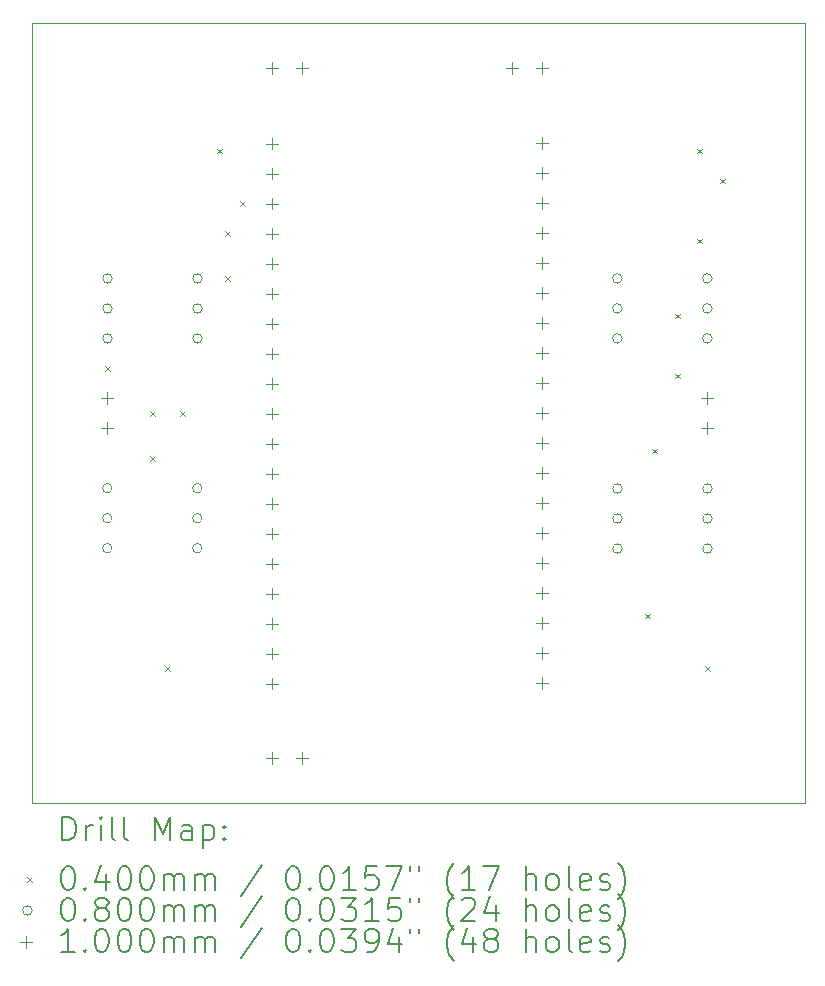
<source format=gbr>
%FSLAX45Y45*%
G04 Gerber Fmt 4.5, Leading zero omitted, Abs format (unit mm)*
G04 Created by KiCad (PCBNEW (6.0.2)) date 2022-11-25 11:25:18*
%MOMM*%
%LPD*%
G01*
G04 APERTURE LIST*
%TA.AperFunction,Profile*%
%ADD10C,0.050000*%
%TD*%
%ADD11C,0.200000*%
%ADD12C,0.040000*%
%ADD13C,0.080000*%
%ADD14C,0.100000*%
G04 APERTURE END LIST*
D10*
X15684500Y-12319000D02*
X9144000Y-12319000D01*
X9144000Y-12319000D02*
X9144000Y-5715000D01*
X9144000Y-5715000D02*
X15684500Y-5715000D01*
X15684500Y-5715000D02*
X15684500Y-12319000D01*
D11*
D12*
X9759000Y-8616000D02*
X9799000Y-8656000D01*
X9799000Y-8616000D02*
X9759000Y-8656000D01*
X10140000Y-8997000D02*
X10180000Y-9037000D01*
X10180000Y-8997000D02*
X10140000Y-9037000D01*
X10140000Y-9378000D02*
X10180000Y-9418000D01*
X10180000Y-9378000D02*
X10140000Y-9418000D01*
X10267000Y-11156000D02*
X10307000Y-11196000D01*
X10307000Y-11156000D02*
X10267000Y-11196000D01*
X10394000Y-8997000D02*
X10434000Y-9037000D01*
X10434000Y-8997000D02*
X10394000Y-9037000D01*
X10711500Y-6774500D02*
X10751500Y-6814500D01*
X10751500Y-6774500D02*
X10711500Y-6814500D01*
X10775000Y-7473000D02*
X10815000Y-7513000D01*
X10815000Y-7473000D02*
X10775000Y-7513000D01*
X10775000Y-7854000D02*
X10815000Y-7894000D01*
X10815000Y-7854000D02*
X10775000Y-7894000D01*
X10902000Y-7219000D02*
X10942000Y-7259000D01*
X10942000Y-7219000D02*
X10902000Y-7259000D01*
X14331000Y-10711500D02*
X14371000Y-10751500D01*
X14371000Y-10711500D02*
X14331000Y-10751500D01*
X14394500Y-9314500D02*
X14434500Y-9354500D01*
X14434500Y-9314500D02*
X14394500Y-9354500D01*
X14585000Y-8171500D02*
X14625000Y-8211500D01*
X14625000Y-8171500D02*
X14585000Y-8211500D01*
X14585000Y-8679500D02*
X14625000Y-8719500D01*
X14625000Y-8679500D02*
X14585000Y-8719500D01*
X14775500Y-6774500D02*
X14815500Y-6814500D01*
X14815500Y-6774500D02*
X14775500Y-6814500D01*
X14775500Y-7536500D02*
X14815500Y-7576500D01*
X14815500Y-7536500D02*
X14775500Y-7576500D01*
X14839000Y-11156000D02*
X14879000Y-11196000D01*
X14879000Y-11156000D02*
X14839000Y-11196000D01*
X14966000Y-7028500D02*
X15006000Y-7068500D01*
X15006000Y-7028500D02*
X14966000Y-7068500D01*
D13*
X9818000Y-9650500D02*
G75*
G03*
X9818000Y-9650500I-40000J0D01*
G01*
X9818000Y-9904500D02*
G75*
G03*
X9818000Y-9904500I-40000J0D01*
G01*
X9818000Y-10158500D02*
G75*
G03*
X9818000Y-10158500I-40000J0D01*
G01*
X9820000Y-7874000D02*
G75*
G03*
X9820000Y-7874000I-40000J0D01*
G01*
X9820000Y-8128000D02*
G75*
G03*
X9820000Y-8128000I-40000J0D01*
G01*
X9820000Y-8382000D02*
G75*
G03*
X9820000Y-8382000I-40000J0D01*
G01*
X10580000Y-9650500D02*
G75*
G03*
X10580000Y-9650500I-40000J0D01*
G01*
X10580000Y-9904500D02*
G75*
G03*
X10580000Y-9904500I-40000J0D01*
G01*
X10580000Y-10158500D02*
G75*
G03*
X10580000Y-10158500I-40000J0D01*
G01*
X10582000Y-7874000D02*
G75*
G03*
X10582000Y-7874000I-40000J0D01*
G01*
X10582000Y-8128000D02*
G75*
G03*
X10582000Y-8128000I-40000J0D01*
G01*
X10582000Y-8382000D02*
G75*
G03*
X10582000Y-8382000I-40000J0D01*
G01*
X14137000Y-7874000D02*
G75*
G03*
X14137000Y-7874000I-40000J0D01*
G01*
X14137000Y-8128000D02*
G75*
G03*
X14137000Y-8128000I-40000J0D01*
G01*
X14137000Y-8382000D02*
G75*
G03*
X14137000Y-8382000I-40000J0D01*
G01*
X14138000Y-9653500D02*
G75*
G03*
X14138000Y-9653500I-40000J0D01*
G01*
X14138000Y-9907500D02*
G75*
G03*
X14138000Y-9907500I-40000J0D01*
G01*
X14138000Y-10161500D02*
G75*
G03*
X14138000Y-10161500I-40000J0D01*
G01*
X14899000Y-7874000D02*
G75*
G03*
X14899000Y-7874000I-40000J0D01*
G01*
X14899000Y-8128000D02*
G75*
G03*
X14899000Y-8128000I-40000J0D01*
G01*
X14899000Y-8382000D02*
G75*
G03*
X14899000Y-8382000I-40000J0D01*
G01*
X14900000Y-9653500D02*
G75*
G03*
X14900000Y-9653500I-40000J0D01*
G01*
X14900000Y-9907500D02*
G75*
G03*
X14900000Y-9907500I-40000J0D01*
G01*
X14900000Y-10161500D02*
G75*
G03*
X14900000Y-10161500I-40000J0D01*
G01*
D14*
X9779000Y-8840000D02*
X9779000Y-8940000D01*
X9729000Y-8890000D02*
X9829000Y-8890000D01*
X9779000Y-9094000D02*
X9779000Y-9194000D01*
X9729000Y-9144000D02*
X9829000Y-9144000D01*
X11176000Y-6046000D02*
X11176000Y-6146000D01*
X11126000Y-6096000D02*
X11226000Y-6096000D01*
X11176000Y-6682000D02*
X11176000Y-6782000D01*
X11126000Y-6732000D02*
X11226000Y-6732000D01*
X11176000Y-6936000D02*
X11176000Y-7036000D01*
X11126000Y-6986000D02*
X11226000Y-6986000D01*
X11176000Y-7190000D02*
X11176000Y-7290000D01*
X11126000Y-7240000D02*
X11226000Y-7240000D01*
X11176000Y-7444000D02*
X11176000Y-7544000D01*
X11126000Y-7494000D02*
X11226000Y-7494000D01*
X11176000Y-7698000D02*
X11176000Y-7798000D01*
X11126000Y-7748000D02*
X11226000Y-7748000D01*
X11176000Y-7952000D02*
X11176000Y-8052000D01*
X11126000Y-8002000D02*
X11226000Y-8002000D01*
X11176000Y-8206000D02*
X11176000Y-8306000D01*
X11126000Y-8256000D02*
X11226000Y-8256000D01*
X11176000Y-8460000D02*
X11176000Y-8560000D01*
X11126000Y-8510000D02*
X11226000Y-8510000D01*
X11176000Y-8714000D02*
X11176000Y-8814000D01*
X11126000Y-8764000D02*
X11226000Y-8764000D01*
X11176000Y-8968000D02*
X11176000Y-9068000D01*
X11126000Y-9018000D02*
X11226000Y-9018000D01*
X11176000Y-9222000D02*
X11176000Y-9322000D01*
X11126000Y-9272000D02*
X11226000Y-9272000D01*
X11176000Y-9476000D02*
X11176000Y-9576000D01*
X11126000Y-9526000D02*
X11226000Y-9526000D01*
X11176000Y-9730000D02*
X11176000Y-9830000D01*
X11126000Y-9780000D02*
X11226000Y-9780000D01*
X11176000Y-9984000D02*
X11176000Y-10084000D01*
X11126000Y-10034000D02*
X11226000Y-10034000D01*
X11176000Y-10238000D02*
X11176000Y-10338000D01*
X11126000Y-10288000D02*
X11226000Y-10288000D01*
X11176000Y-10492000D02*
X11176000Y-10592000D01*
X11126000Y-10542000D02*
X11226000Y-10542000D01*
X11176000Y-10746000D02*
X11176000Y-10846000D01*
X11126000Y-10796000D02*
X11226000Y-10796000D01*
X11176000Y-11000000D02*
X11176000Y-11100000D01*
X11126000Y-11050000D02*
X11226000Y-11050000D01*
X11176000Y-11254000D02*
X11176000Y-11354000D01*
X11126000Y-11304000D02*
X11226000Y-11304000D01*
X11176000Y-11888000D02*
X11176000Y-11988000D01*
X11126000Y-11938000D02*
X11226000Y-11938000D01*
X11430000Y-6046000D02*
X11430000Y-6146000D01*
X11380000Y-6096000D02*
X11480000Y-6096000D01*
X11430000Y-11888000D02*
X11430000Y-11988000D01*
X11380000Y-11938000D02*
X11480000Y-11938000D01*
X13208000Y-6046000D02*
X13208000Y-6146000D01*
X13158000Y-6096000D02*
X13258000Y-6096000D01*
X13456000Y-6681000D02*
X13456000Y-6781000D01*
X13406000Y-6731000D02*
X13506000Y-6731000D01*
X13456000Y-6935000D02*
X13456000Y-7035000D01*
X13406000Y-6985000D02*
X13506000Y-6985000D01*
X13456000Y-7189000D02*
X13456000Y-7289000D01*
X13406000Y-7239000D02*
X13506000Y-7239000D01*
X13456000Y-7443000D02*
X13456000Y-7543000D01*
X13406000Y-7493000D02*
X13506000Y-7493000D01*
X13456000Y-7697000D02*
X13456000Y-7797000D01*
X13406000Y-7747000D02*
X13506000Y-7747000D01*
X13456000Y-7951000D02*
X13456000Y-8051000D01*
X13406000Y-8001000D02*
X13506000Y-8001000D01*
X13456000Y-8205000D02*
X13456000Y-8305000D01*
X13406000Y-8255000D02*
X13506000Y-8255000D01*
X13456000Y-8459000D02*
X13456000Y-8559000D01*
X13406000Y-8509000D02*
X13506000Y-8509000D01*
X13456000Y-8713000D02*
X13456000Y-8813000D01*
X13406000Y-8763000D02*
X13506000Y-8763000D01*
X13456000Y-8967000D02*
X13456000Y-9067000D01*
X13406000Y-9017000D02*
X13506000Y-9017000D01*
X13456000Y-9221000D02*
X13456000Y-9321000D01*
X13406000Y-9271000D02*
X13506000Y-9271000D01*
X13456000Y-9475000D02*
X13456000Y-9575000D01*
X13406000Y-9525000D02*
X13506000Y-9525000D01*
X13456000Y-9729000D02*
X13456000Y-9829000D01*
X13406000Y-9779000D02*
X13506000Y-9779000D01*
X13456000Y-9983000D02*
X13456000Y-10083000D01*
X13406000Y-10033000D02*
X13506000Y-10033000D01*
X13456000Y-10237000D02*
X13456000Y-10337000D01*
X13406000Y-10287000D02*
X13506000Y-10287000D01*
X13456000Y-10491000D02*
X13456000Y-10591000D01*
X13406000Y-10541000D02*
X13506000Y-10541000D01*
X13456000Y-10745000D02*
X13456000Y-10845000D01*
X13406000Y-10795000D02*
X13506000Y-10795000D01*
X13456000Y-10999000D02*
X13456000Y-11099000D01*
X13406000Y-11049000D02*
X13506000Y-11049000D01*
X13456000Y-11253000D02*
X13456000Y-11353000D01*
X13406000Y-11303000D02*
X13506000Y-11303000D01*
X13462000Y-6046000D02*
X13462000Y-6146000D01*
X13412000Y-6096000D02*
X13512000Y-6096000D01*
X14859000Y-8840000D02*
X14859000Y-8940000D01*
X14809000Y-8890000D02*
X14909000Y-8890000D01*
X14859000Y-9094000D02*
X14859000Y-9194000D01*
X14809000Y-9144000D02*
X14909000Y-9144000D01*
D11*
X9399119Y-12631976D02*
X9399119Y-12431976D01*
X9446738Y-12431976D01*
X9475310Y-12441500D01*
X9494357Y-12460548D01*
X9503881Y-12479595D01*
X9513405Y-12517690D01*
X9513405Y-12546262D01*
X9503881Y-12584357D01*
X9494357Y-12603405D01*
X9475310Y-12622452D01*
X9446738Y-12631976D01*
X9399119Y-12631976D01*
X9599119Y-12631976D02*
X9599119Y-12498643D01*
X9599119Y-12536738D02*
X9608643Y-12517690D01*
X9618167Y-12508167D01*
X9637214Y-12498643D01*
X9656262Y-12498643D01*
X9722929Y-12631976D02*
X9722929Y-12498643D01*
X9722929Y-12431976D02*
X9713405Y-12441500D01*
X9722929Y-12451024D01*
X9732452Y-12441500D01*
X9722929Y-12431976D01*
X9722929Y-12451024D01*
X9846738Y-12631976D02*
X9827690Y-12622452D01*
X9818167Y-12603405D01*
X9818167Y-12431976D01*
X9951500Y-12631976D02*
X9932452Y-12622452D01*
X9922929Y-12603405D01*
X9922929Y-12431976D01*
X10180071Y-12631976D02*
X10180071Y-12431976D01*
X10246738Y-12574833D01*
X10313405Y-12431976D01*
X10313405Y-12631976D01*
X10494357Y-12631976D02*
X10494357Y-12527214D01*
X10484833Y-12508167D01*
X10465786Y-12498643D01*
X10427690Y-12498643D01*
X10408643Y-12508167D01*
X10494357Y-12622452D02*
X10475310Y-12631976D01*
X10427690Y-12631976D01*
X10408643Y-12622452D01*
X10399119Y-12603405D01*
X10399119Y-12584357D01*
X10408643Y-12565309D01*
X10427690Y-12555786D01*
X10475310Y-12555786D01*
X10494357Y-12546262D01*
X10589595Y-12498643D02*
X10589595Y-12698643D01*
X10589595Y-12508167D02*
X10608643Y-12498643D01*
X10646738Y-12498643D01*
X10665786Y-12508167D01*
X10675310Y-12517690D01*
X10684833Y-12536738D01*
X10684833Y-12593881D01*
X10675310Y-12612928D01*
X10665786Y-12622452D01*
X10646738Y-12631976D01*
X10608643Y-12631976D01*
X10589595Y-12622452D01*
X10770548Y-12612928D02*
X10780071Y-12622452D01*
X10770548Y-12631976D01*
X10761024Y-12622452D01*
X10770548Y-12612928D01*
X10770548Y-12631976D01*
X10770548Y-12508167D02*
X10780071Y-12517690D01*
X10770548Y-12527214D01*
X10761024Y-12517690D01*
X10770548Y-12508167D01*
X10770548Y-12527214D01*
D12*
X9101500Y-12941500D02*
X9141500Y-12981500D01*
X9141500Y-12941500D02*
X9101500Y-12981500D01*
D11*
X9437214Y-12851976D02*
X9456262Y-12851976D01*
X9475310Y-12861500D01*
X9484833Y-12871024D01*
X9494357Y-12890071D01*
X9503881Y-12928167D01*
X9503881Y-12975786D01*
X9494357Y-13013881D01*
X9484833Y-13032928D01*
X9475310Y-13042452D01*
X9456262Y-13051976D01*
X9437214Y-13051976D01*
X9418167Y-13042452D01*
X9408643Y-13032928D01*
X9399119Y-13013881D01*
X9389595Y-12975786D01*
X9389595Y-12928167D01*
X9399119Y-12890071D01*
X9408643Y-12871024D01*
X9418167Y-12861500D01*
X9437214Y-12851976D01*
X9589595Y-13032928D02*
X9599119Y-13042452D01*
X9589595Y-13051976D01*
X9580071Y-13042452D01*
X9589595Y-13032928D01*
X9589595Y-13051976D01*
X9770548Y-12918643D02*
X9770548Y-13051976D01*
X9722929Y-12842452D02*
X9675310Y-12985309D01*
X9799119Y-12985309D01*
X9913405Y-12851976D02*
X9932452Y-12851976D01*
X9951500Y-12861500D01*
X9961024Y-12871024D01*
X9970548Y-12890071D01*
X9980071Y-12928167D01*
X9980071Y-12975786D01*
X9970548Y-13013881D01*
X9961024Y-13032928D01*
X9951500Y-13042452D01*
X9932452Y-13051976D01*
X9913405Y-13051976D01*
X9894357Y-13042452D01*
X9884833Y-13032928D01*
X9875310Y-13013881D01*
X9865786Y-12975786D01*
X9865786Y-12928167D01*
X9875310Y-12890071D01*
X9884833Y-12871024D01*
X9894357Y-12861500D01*
X9913405Y-12851976D01*
X10103881Y-12851976D02*
X10122929Y-12851976D01*
X10141976Y-12861500D01*
X10151500Y-12871024D01*
X10161024Y-12890071D01*
X10170548Y-12928167D01*
X10170548Y-12975786D01*
X10161024Y-13013881D01*
X10151500Y-13032928D01*
X10141976Y-13042452D01*
X10122929Y-13051976D01*
X10103881Y-13051976D01*
X10084833Y-13042452D01*
X10075310Y-13032928D01*
X10065786Y-13013881D01*
X10056262Y-12975786D01*
X10056262Y-12928167D01*
X10065786Y-12890071D01*
X10075310Y-12871024D01*
X10084833Y-12861500D01*
X10103881Y-12851976D01*
X10256262Y-13051976D02*
X10256262Y-12918643D01*
X10256262Y-12937690D02*
X10265786Y-12928167D01*
X10284833Y-12918643D01*
X10313405Y-12918643D01*
X10332452Y-12928167D01*
X10341976Y-12947214D01*
X10341976Y-13051976D01*
X10341976Y-12947214D02*
X10351500Y-12928167D01*
X10370548Y-12918643D01*
X10399119Y-12918643D01*
X10418167Y-12928167D01*
X10427690Y-12947214D01*
X10427690Y-13051976D01*
X10522929Y-13051976D02*
X10522929Y-12918643D01*
X10522929Y-12937690D02*
X10532452Y-12928167D01*
X10551500Y-12918643D01*
X10580071Y-12918643D01*
X10599119Y-12928167D01*
X10608643Y-12947214D01*
X10608643Y-13051976D01*
X10608643Y-12947214D02*
X10618167Y-12928167D01*
X10637214Y-12918643D01*
X10665786Y-12918643D01*
X10684833Y-12928167D01*
X10694357Y-12947214D01*
X10694357Y-13051976D01*
X11084833Y-12842452D02*
X10913405Y-13099595D01*
X11341976Y-12851976D02*
X11361024Y-12851976D01*
X11380071Y-12861500D01*
X11389595Y-12871024D01*
X11399119Y-12890071D01*
X11408643Y-12928167D01*
X11408643Y-12975786D01*
X11399119Y-13013881D01*
X11389595Y-13032928D01*
X11380071Y-13042452D01*
X11361024Y-13051976D01*
X11341976Y-13051976D01*
X11322928Y-13042452D01*
X11313405Y-13032928D01*
X11303881Y-13013881D01*
X11294357Y-12975786D01*
X11294357Y-12928167D01*
X11303881Y-12890071D01*
X11313405Y-12871024D01*
X11322928Y-12861500D01*
X11341976Y-12851976D01*
X11494357Y-13032928D02*
X11503881Y-13042452D01*
X11494357Y-13051976D01*
X11484833Y-13042452D01*
X11494357Y-13032928D01*
X11494357Y-13051976D01*
X11627690Y-12851976D02*
X11646738Y-12851976D01*
X11665786Y-12861500D01*
X11675309Y-12871024D01*
X11684833Y-12890071D01*
X11694357Y-12928167D01*
X11694357Y-12975786D01*
X11684833Y-13013881D01*
X11675309Y-13032928D01*
X11665786Y-13042452D01*
X11646738Y-13051976D01*
X11627690Y-13051976D01*
X11608643Y-13042452D01*
X11599119Y-13032928D01*
X11589595Y-13013881D01*
X11580071Y-12975786D01*
X11580071Y-12928167D01*
X11589595Y-12890071D01*
X11599119Y-12871024D01*
X11608643Y-12861500D01*
X11627690Y-12851976D01*
X11884833Y-13051976D02*
X11770548Y-13051976D01*
X11827690Y-13051976D02*
X11827690Y-12851976D01*
X11808643Y-12880548D01*
X11789595Y-12899595D01*
X11770548Y-12909119D01*
X12065786Y-12851976D02*
X11970548Y-12851976D01*
X11961024Y-12947214D01*
X11970548Y-12937690D01*
X11989595Y-12928167D01*
X12037214Y-12928167D01*
X12056262Y-12937690D01*
X12065786Y-12947214D01*
X12075309Y-12966262D01*
X12075309Y-13013881D01*
X12065786Y-13032928D01*
X12056262Y-13042452D01*
X12037214Y-13051976D01*
X11989595Y-13051976D01*
X11970548Y-13042452D01*
X11961024Y-13032928D01*
X12141976Y-12851976D02*
X12275309Y-12851976D01*
X12189595Y-13051976D01*
X12341976Y-12851976D02*
X12341976Y-12890071D01*
X12418167Y-12851976D02*
X12418167Y-12890071D01*
X12713405Y-13128167D02*
X12703881Y-13118643D01*
X12684833Y-13090071D01*
X12675309Y-13071024D01*
X12665786Y-13042452D01*
X12656262Y-12994833D01*
X12656262Y-12956738D01*
X12665786Y-12909119D01*
X12675309Y-12880548D01*
X12684833Y-12861500D01*
X12703881Y-12832928D01*
X12713405Y-12823405D01*
X12894357Y-13051976D02*
X12780071Y-13051976D01*
X12837214Y-13051976D02*
X12837214Y-12851976D01*
X12818167Y-12880548D01*
X12799119Y-12899595D01*
X12780071Y-12909119D01*
X12961024Y-12851976D02*
X13094357Y-12851976D01*
X13008643Y-13051976D01*
X13322928Y-13051976D02*
X13322928Y-12851976D01*
X13408643Y-13051976D02*
X13408643Y-12947214D01*
X13399119Y-12928167D01*
X13380071Y-12918643D01*
X13351500Y-12918643D01*
X13332452Y-12928167D01*
X13322928Y-12937690D01*
X13532452Y-13051976D02*
X13513405Y-13042452D01*
X13503881Y-13032928D01*
X13494357Y-13013881D01*
X13494357Y-12956738D01*
X13503881Y-12937690D01*
X13513405Y-12928167D01*
X13532452Y-12918643D01*
X13561024Y-12918643D01*
X13580071Y-12928167D01*
X13589595Y-12937690D01*
X13599119Y-12956738D01*
X13599119Y-13013881D01*
X13589595Y-13032928D01*
X13580071Y-13042452D01*
X13561024Y-13051976D01*
X13532452Y-13051976D01*
X13713405Y-13051976D02*
X13694357Y-13042452D01*
X13684833Y-13023405D01*
X13684833Y-12851976D01*
X13865786Y-13042452D02*
X13846738Y-13051976D01*
X13808643Y-13051976D01*
X13789595Y-13042452D01*
X13780071Y-13023405D01*
X13780071Y-12947214D01*
X13789595Y-12928167D01*
X13808643Y-12918643D01*
X13846738Y-12918643D01*
X13865786Y-12928167D01*
X13875309Y-12947214D01*
X13875309Y-12966262D01*
X13780071Y-12985309D01*
X13951500Y-13042452D02*
X13970548Y-13051976D01*
X14008643Y-13051976D01*
X14027690Y-13042452D01*
X14037214Y-13023405D01*
X14037214Y-13013881D01*
X14027690Y-12994833D01*
X14008643Y-12985309D01*
X13980071Y-12985309D01*
X13961024Y-12975786D01*
X13951500Y-12956738D01*
X13951500Y-12947214D01*
X13961024Y-12928167D01*
X13980071Y-12918643D01*
X14008643Y-12918643D01*
X14027690Y-12928167D01*
X14103881Y-13128167D02*
X14113405Y-13118643D01*
X14132452Y-13090071D01*
X14141976Y-13071024D01*
X14151500Y-13042452D01*
X14161024Y-12994833D01*
X14161024Y-12956738D01*
X14151500Y-12909119D01*
X14141976Y-12880548D01*
X14132452Y-12861500D01*
X14113405Y-12832928D01*
X14103881Y-12823405D01*
D13*
X9141500Y-13225500D02*
G75*
G03*
X9141500Y-13225500I-40000J0D01*
G01*
D11*
X9437214Y-13115976D02*
X9456262Y-13115976D01*
X9475310Y-13125500D01*
X9484833Y-13135024D01*
X9494357Y-13154071D01*
X9503881Y-13192167D01*
X9503881Y-13239786D01*
X9494357Y-13277881D01*
X9484833Y-13296928D01*
X9475310Y-13306452D01*
X9456262Y-13315976D01*
X9437214Y-13315976D01*
X9418167Y-13306452D01*
X9408643Y-13296928D01*
X9399119Y-13277881D01*
X9389595Y-13239786D01*
X9389595Y-13192167D01*
X9399119Y-13154071D01*
X9408643Y-13135024D01*
X9418167Y-13125500D01*
X9437214Y-13115976D01*
X9589595Y-13296928D02*
X9599119Y-13306452D01*
X9589595Y-13315976D01*
X9580071Y-13306452D01*
X9589595Y-13296928D01*
X9589595Y-13315976D01*
X9713405Y-13201690D02*
X9694357Y-13192167D01*
X9684833Y-13182643D01*
X9675310Y-13163595D01*
X9675310Y-13154071D01*
X9684833Y-13135024D01*
X9694357Y-13125500D01*
X9713405Y-13115976D01*
X9751500Y-13115976D01*
X9770548Y-13125500D01*
X9780071Y-13135024D01*
X9789595Y-13154071D01*
X9789595Y-13163595D01*
X9780071Y-13182643D01*
X9770548Y-13192167D01*
X9751500Y-13201690D01*
X9713405Y-13201690D01*
X9694357Y-13211214D01*
X9684833Y-13220738D01*
X9675310Y-13239786D01*
X9675310Y-13277881D01*
X9684833Y-13296928D01*
X9694357Y-13306452D01*
X9713405Y-13315976D01*
X9751500Y-13315976D01*
X9770548Y-13306452D01*
X9780071Y-13296928D01*
X9789595Y-13277881D01*
X9789595Y-13239786D01*
X9780071Y-13220738D01*
X9770548Y-13211214D01*
X9751500Y-13201690D01*
X9913405Y-13115976D02*
X9932452Y-13115976D01*
X9951500Y-13125500D01*
X9961024Y-13135024D01*
X9970548Y-13154071D01*
X9980071Y-13192167D01*
X9980071Y-13239786D01*
X9970548Y-13277881D01*
X9961024Y-13296928D01*
X9951500Y-13306452D01*
X9932452Y-13315976D01*
X9913405Y-13315976D01*
X9894357Y-13306452D01*
X9884833Y-13296928D01*
X9875310Y-13277881D01*
X9865786Y-13239786D01*
X9865786Y-13192167D01*
X9875310Y-13154071D01*
X9884833Y-13135024D01*
X9894357Y-13125500D01*
X9913405Y-13115976D01*
X10103881Y-13115976D02*
X10122929Y-13115976D01*
X10141976Y-13125500D01*
X10151500Y-13135024D01*
X10161024Y-13154071D01*
X10170548Y-13192167D01*
X10170548Y-13239786D01*
X10161024Y-13277881D01*
X10151500Y-13296928D01*
X10141976Y-13306452D01*
X10122929Y-13315976D01*
X10103881Y-13315976D01*
X10084833Y-13306452D01*
X10075310Y-13296928D01*
X10065786Y-13277881D01*
X10056262Y-13239786D01*
X10056262Y-13192167D01*
X10065786Y-13154071D01*
X10075310Y-13135024D01*
X10084833Y-13125500D01*
X10103881Y-13115976D01*
X10256262Y-13315976D02*
X10256262Y-13182643D01*
X10256262Y-13201690D02*
X10265786Y-13192167D01*
X10284833Y-13182643D01*
X10313405Y-13182643D01*
X10332452Y-13192167D01*
X10341976Y-13211214D01*
X10341976Y-13315976D01*
X10341976Y-13211214D02*
X10351500Y-13192167D01*
X10370548Y-13182643D01*
X10399119Y-13182643D01*
X10418167Y-13192167D01*
X10427690Y-13211214D01*
X10427690Y-13315976D01*
X10522929Y-13315976D02*
X10522929Y-13182643D01*
X10522929Y-13201690D02*
X10532452Y-13192167D01*
X10551500Y-13182643D01*
X10580071Y-13182643D01*
X10599119Y-13192167D01*
X10608643Y-13211214D01*
X10608643Y-13315976D01*
X10608643Y-13211214D02*
X10618167Y-13192167D01*
X10637214Y-13182643D01*
X10665786Y-13182643D01*
X10684833Y-13192167D01*
X10694357Y-13211214D01*
X10694357Y-13315976D01*
X11084833Y-13106452D02*
X10913405Y-13363595D01*
X11341976Y-13115976D02*
X11361024Y-13115976D01*
X11380071Y-13125500D01*
X11389595Y-13135024D01*
X11399119Y-13154071D01*
X11408643Y-13192167D01*
X11408643Y-13239786D01*
X11399119Y-13277881D01*
X11389595Y-13296928D01*
X11380071Y-13306452D01*
X11361024Y-13315976D01*
X11341976Y-13315976D01*
X11322928Y-13306452D01*
X11313405Y-13296928D01*
X11303881Y-13277881D01*
X11294357Y-13239786D01*
X11294357Y-13192167D01*
X11303881Y-13154071D01*
X11313405Y-13135024D01*
X11322928Y-13125500D01*
X11341976Y-13115976D01*
X11494357Y-13296928D02*
X11503881Y-13306452D01*
X11494357Y-13315976D01*
X11484833Y-13306452D01*
X11494357Y-13296928D01*
X11494357Y-13315976D01*
X11627690Y-13115976D02*
X11646738Y-13115976D01*
X11665786Y-13125500D01*
X11675309Y-13135024D01*
X11684833Y-13154071D01*
X11694357Y-13192167D01*
X11694357Y-13239786D01*
X11684833Y-13277881D01*
X11675309Y-13296928D01*
X11665786Y-13306452D01*
X11646738Y-13315976D01*
X11627690Y-13315976D01*
X11608643Y-13306452D01*
X11599119Y-13296928D01*
X11589595Y-13277881D01*
X11580071Y-13239786D01*
X11580071Y-13192167D01*
X11589595Y-13154071D01*
X11599119Y-13135024D01*
X11608643Y-13125500D01*
X11627690Y-13115976D01*
X11761024Y-13115976D02*
X11884833Y-13115976D01*
X11818167Y-13192167D01*
X11846738Y-13192167D01*
X11865786Y-13201690D01*
X11875309Y-13211214D01*
X11884833Y-13230262D01*
X11884833Y-13277881D01*
X11875309Y-13296928D01*
X11865786Y-13306452D01*
X11846738Y-13315976D01*
X11789595Y-13315976D01*
X11770548Y-13306452D01*
X11761024Y-13296928D01*
X12075309Y-13315976D02*
X11961024Y-13315976D01*
X12018167Y-13315976D02*
X12018167Y-13115976D01*
X11999119Y-13144548D01*
X11980071Y-13163595D01*
X11961024Y-13173119D01*
X12256262Y-13115976D02*
X12161024Y-13115976D01*
X12151500Y-13211214D01*
X12161024Y-13201690D01*
X12180071Y-13192167D01*
X12227690Y-13192167D01*
X12246738Y-13201690D01*
X12256262Y-13211214D01*
X12265786Y-13230262D01*
X12265786Y-13277881D01*
X12256262Y-13296928D01*
X12246738Y-13306452D01*
X12227690Y-13315976D01*
X12180071Y-13315976D01*
X12161024Y-13306452D01*
X12151500Y-13296928D01*
X12341976Y-13115976D02*
X12341976Y-13154071D01*
X12418167Y-13115976D02*
X12418167Y-13154071D01*
X12713405Y-13392167D02*
X12703881Y-13382643D01*
X12684833Y-13354071D01*
X12675309Y-13335024D01*
X12665786Y-13306452D01*
X12656262Y-13258833D01*
X12656262Y-13220738D01*
X12665786Y-13173119D01*
X12675309Y-13144548D01*
X12684833Y-13125500D01*
X12703881Y-13096928D01*
X12713405Y-13087405D01*
X12780071Y-13135024D02*
X12789595Y-13125500D01*
X12808643Y-13115976D01*
X12856262Y-13115976D01*
X12875309Y-13125500D01*
X12884833Y-13135024D01*
X12894357Y-13154071D01*
X12894357Y-13173119D01*
X12884833Y-13201690D01*
X12770548Y-13315976D01*
X12894357Y-13315976D01*
X13065786Y-13182643D02*
X13065786Y-13315976D01*
X13018167Y-13106452D02*
X12970548Y-13249309D01*
X13094357Y-13249309D01*
X13322928Y-13315976D02*
X13322928Y-13115976D01*
X13408643Y-13315976D02*
X13408643Y-13211214D01*
X13399119Y-13192167D01*
X13380071Y-13182643D01*
X13351500Y-13182643D01*
X13332452Y-13192167D01*
X13322928Y-13201690D01*
X13532452Y-13315976D02*
X13513405Y-13306452D01*
X13503881Y-13296928D01*
X13494357Y-13277881D01*
X13494357Y-13220738D01*
X13503881Y-13201690D01*
X13513405Y-13192167D01*
X13532452Y-13182643D01*
X13561024Y-13182643D01*
X13580071Y-13192167D01*
X13589595Y-13201690D01*
X13599119Y-13220738D01*
X13599119Y-13277881D01*
X13589595Y-13296928D01*
X13580071Y-13306452D01*
X13561024Y-13315976D01*
X13532452Y-13315976D01*
X13713405Y-13315976D02*
X13694357Y-13306452D01*
X13684833Y-13287405D01*
X13684833Y-13115976D01*
X13865786Y-13306452D02*
X13846738Y-13315976D01*
X13808643Y-13315976D01*
X13789595Y-13306452D01*
X13780071Y-13287405D01*
X13780071Y-13211214D01*
X13789595Y-13192167D01*
X13808643Y-13182643D01*
X13846738Y-13182643D01*
X13865786Y-13192167D01*
X13875309Y-13211214D01*
X13875309Y-13230262D01*
X13780071Y-13249309D01*
X13951500Y-13306452D02*
X13970548Y-13315976D01*
X14008643Y-13315976D01*
X14027690Y-13306452D01*
X14037214Y-13287405D01*
X14037214Y-13277881D01*
X14027690Y-13258833D01*
X14008643Y-13249309D01*
X13980071Y-13249309D01*
X13961024Y-13239786D01*
X13951500Y-13220738D01*
X13951500Y-13211214D01*
X13961024Y-13192167D01*
X13980071Y-13182643D01*
X14008643Y-13182643D01*
X14027690Y-13192167D01*
X14103881Y-13392167D02*
X14113405Y-13382643D01*
X14132452Y-13354071D01*
X14141976Y-13335024D01*
X14151500Y-13306452D01*
X14161024Y-13258833D01*
X14161024Y-13220738D01*
X14151500Y-13173119D01*
X14141976Y-13144548D01*
X14132452Y-13125500D01*
X14113405Y-13096928D01*
X14103881Y-13087405D01*
D14*
X9091500Y-13439500D02*
X9091500Y-13539500D01*
X9041500Y-13489500D02*
X9141500Y-13489500D01*
D11*
X9503881Y-13579976D02*
X9389595Y-13579976D01*
X9446738Y-13579976D02*
X9446738Y-13379976D01*
X9427690Y-13408548D01*
X9408643Y-13427595D01*
X9389595Y-13437119D01*
X9589595Y-13560928D02*
X9599119Y-13570452D01*
X9589595Y-13579976D01*
X9580071Y-13570452D01*
X9589595Y-13560928D01*
X9589595Y-13579976D01*
X9722929Y-13379976D02*
X9741976Y-13379976D01*
X9761024Y-13389500D01*
X9770548Y-13399024D01*
X9780071Y-13418071D01*
X9789595Y-13456167D01*
X9789595Y-13503786D01*
X9780071Y-13541881D01*
X9770548Y-13560928D01*
X9761024Y-13570452D01*
X9741976Y-13579976D01*
X9722929Y-13579976D01*
X9703881Y-13570452D01*
X9694357Y-13560928D01*
X9684833Y-13541881D01*
X9675310Y-13503786D01*
X9675310Y-13456167D01*
X9684833Y-13418071D01*
X9694357Y-13399024D01*
X9703881Y-13389500D01*
X9722929Y-13379976D01*
X9913405Y-13379976D02*
X9932452Y-13379976D01*
X9951500Y-13389500D01*
X9961024Y-13399024D01*
X9970548Y-13418071D01*
X9980071Y-13456167D01*
X9980071Y-13503786D01*
X9970548Y-13541881D01*
X9961024Y-13560928D01*
X9951500Y-13570452D01*
X9932452Y-13579976D01*
X9913405Y-13579976D01*
X9894357Y-13570452D01*
X9884833Y-13560928D01*
X9875310Y-13541881D01*
X9865786Y-13503786D01*
X9865786Y-13456167D01*
X9875310Y-13418071D01*
X9884833Y-13399024D01*
X9894357Y-13389500D01*
X9913405Y-13379976D01*
X10103881Y-13379976D02*
X10122929Y-13379976D01*
X10141976Y-13389500D01*
X10151500Y-13399024D01*
X10161024Y-13418071D01*
X10170548Y-13456167D01*
X10170548Y-13503786D01*
X10161024Y-13541881D01*
X10151500Y-13560928D01*
X10141976Y-13570452D01*
X10122929Y-13579976D01*
X10103881Y-13579976D01*
X10084833Y-13570452D01*
X10075310Y-13560928D01*
X10065786Y-13541881D01*
X10056262Y-13503786D01*
X10056262Y-13456167D01*
X10065786Y-13418071D01*
X10075310Y-13399024D01*
X10084833Y-13389500D01*
X10103881Y-13379976D01*
X10256262Y-13579976D02*
X10256262Y-13446643D01*
X10256262Y-13465690D02*
X10265786Y-13456167D01*
X10284833Y-13446643D01*
X10313405Y-13446643D01*
X10332452Y-13456167D01*
X10341976Y-13475214D01*
X10341976Y-13579976D01*
X10341976Y-13475214D02*
X10351500Y-13456167D01*
X10370548Y-13446643D01*
X10399119Y-13446643D01*
X10418167Y-13456167D01*
X10427690Y-13475214D01*
X10427690Y-13579976D01*
X10522929Y-13579976D02*
X10522929Y-13446643D01*
X10522929Y-13465690D02*
X10532452Y-13456167D01*
X10551500Y-13446643D01*
X10580071Y-13446643D01*
X10599119Y-13456167D01*
X10608643Y-13475214D01*
X10608643Y-13579976D01*
X10608643Y-13475214D02*
X10618167Y-13456167D01*
X10637214Y-13446643D01*
X10665786Y-13446643D01*
X10684833Y-13456167D01*
X10694357Y-13475214D01*
X10694357Y-13579976D01*
X11084833Y-13370452D02*
X10913405Y-13627595D01*
X11341976Y-13379976D02*
X11361024Y-13379976D01*
X11380071Y-13389500D01*
X11389595Y-13399024D01*
X11399119Y-13418071D01*
X11408643Y-13456167D01*
X11408643Y-13503786D01*
X11399119Y-13541881D01*
X11389595Y-13560928D01*
X11380071Y-13570452D01*
X11361024Y-13579976D01*
X11341976Y-13579976D01*
X11322928Y-13570452D01*
X11313405Y-13560928D01*
X11303881Y-13541881D01*
X11294357Y-13503786D01*
X11294357Y-13456167D01*
X11303881Y-13418071D01*
X11313405Y-13399024D01*
X11322928Y-13389500D01*
X11341976Y-13379976D01*
X11494357Y-13560928D02*
X11503881Y-13570452D01*
X11494357Y-13579976D01*
X11484833Y-13570452D01*
X11494357Y-13560928D01*
X11494357Y-13579976D01*
X11627690Y-13379976D02*
X11646738Y-13379976D01*
X11665786Y-13389500D01*
X11675309Y-13399024D01*
X11684833Y-13418071D01*
X11694357Y-13456167D01*
X11694357Y-13503786D01*
X11684833Y-13541881D01*
X11675309Y-13560928D01*
X11665786Y-13570452D01*
X11646738Y-13579976D01*
X11627690Y-13579976D01*
X11608643Y-13570452D01*
X11599119Y-13560928D01*
X11589595Y-13541881D01*
X11580071Y-13503786D01*
X11580071Y-13456167D01*
X11589595Y-13418071D01*
X11599119Y-13399024D01*
X11608643Y-13389500D01*
X11627690Y-13379976D01*
X11761024Y-13379976D02*
X11884833Y-13379976D01*
X11818167Y-13456167D01*
X11846738Y-13456167D01*
X11865786Y-13465690D01*
X11875309Y-13475214D01*
X11884833Y-13494262D01*
X11884833Y-13541881D01*
X11875309Y-13560928D01*
X11865786Y-13570452D01*
X11846738Y-13579976D01*
X11789595Y-13579976D01*
X11770548Y-13570452D01*
X11761024Y-13560928D01*
X11980071Y-13579976D02*
X12018167Y-13579976D01*
X12037214Y-13570452D01*
X12046738Y-13560928D01*
X12065786Y-13532357D01*
X12075309Y-13494262D01*
X12075309Y-13418071D01*
X12065786Y-13399024D01*
X12056262Y-13389500D01*
X12037214Y-13379976D01*
X11999119Y-13379976D01*
X11980071Y-13389500D01*
X11970548Y-13399024D01*
X11961024Y-13418071D01*
X11961024Y-13465690D01*
X11970548Y-13484738D01*
X11980071Y-13494262D01*
X11999119Y-13503786D01*
X12037214Y-13503786D01*
X12056262Y-13494262D01*
X12065786Y-13484738D01*
X12075309Y-13465690D01*
X12246738Y-13446643D02*
X12246738Y-13579976D01*
X12199119Y-13370452D02*
X12151500Y-13513309D01*
X12275309Y-13513309D01*
X12341976Y-13379976D02*
X12341976Y-13418071D01*
X12418167Y-13379976D02*
X12418167Y-13418071D01*
X12713405Y-13656167D02*
X12703881Y-13646643D01*
X12684833Y-13618071D01*
X12675309Y-13599024D01*
X12665786Y-13570452D01*
X12656262Y-13522833D01*
X12656262Y-13484738D01*
X12665786Y-13437119D01*
X12675309Y-13408548D01*
X12684833Y-13389500D01*
X12703881Y-13360928D01*
X12713405Y-13351405D01*
X12875309Y-13446643D02*
X12875309Y-13579976D01*
X12827690Y-13370452D02*
X12780071Y-13513309D01*
X12903881Y-13513309D01*
X13008643Y-13465690D02*
X12989595Y-13456167D01*
X12980071Y-13446643D01*
X12970548Y-13427595D01*
X12970548Y-13418071D01*
X12980071Y-13399024D01*
X12989595Y-13389500D01*
X13008643Y-13379976D01*
X13046738Y-13379976D01*
X13065786Y-13389500D01*
X13075309Y-13399024D01*
X13084833Y-13418071D01*
X13084833Y-13427595D01*
X13075309Y-13446643D01*
X13065786Y-13456167D01*
X13046738Y-13465690D01*
X13008643Y-13465690D01*
X12989595Y-13475214D01*
X12980071Y-13484738D01*
X12970548Y-13503786D01*
X12970548Y-13541881D01*
X12980071Y-13560928D01*
X12989595Y-13570452D01*
X13008643Y-13579976D01*
X13046738Y-13579976D01*
X13065786Y-13570452D01*
X13075309Y-13560928D01*
X13084833Y-13541881D01*
X13084833Y-13503786D01*
X13075309Y-13484738D01*
X13065786Y-13475214D01*
X13046738Y-13465690D01*
X13322928Y-13579976D02*
X13322928Y-13379976D01*
X13408643Y-13579976D02*
X13408643Y-13475214D01*
X13399119Y-13456167D01*
X13380071Y-13446643D01*
X13351500Y-13446643D01*
X13332452Y-13456167D01*
X13322928Y-13465690D01*
X13532452Y-13579976D02*
X13513405Y-13570452D01*
X13503881Y-13560928D01*
X13494357Y-13541881D01*
X13494357Y-13484738D01*
X13503881Y-13465690D01*
X13513405Y-13456167D01*
X13532452Y-13446643D01*
X13561024Y-13446643D01*
X13580071Y-13456167D01*
X13589595Y-13465690D01*
X13599119Y-13484738D01*
X13599119Y-13541881D01*
X13589595Y-13560928D01*
X13580071Y-13570452D01*
X13561024Y-13579976D01*
X13532452Y-13579976D01*
X13713405Y-13579976D02*
X13694357Y-13570452D01*
X13684833Y-13551405D01*
X13684833Y-13379976D01*
X13865786Y-13570452D02*
X13846738Y-13579976D01*
X13808643Y-13579976D01*
X13789595Y-13570452D01*
X13780071Y-13551405D01*
X13780071Y-13475214D01*
X13789595Y-13456167D01*
X13808643Y-13446643D01*
X13846738Y-13446643D01*
X13865786Y-13456167D01*
X13875309Y-13475214D01*
X13875309Y-13494262D01*
X13780071Y-13513309D01*
X13951500Y-13570452D02*
X13970548Y-13579976D01*
X14008643Y-13579976D01*
X14027690Y-13570452D01*
X14037214Y-13551405D01*
X14037214Y-13541881D01*
X14027690Y-13522833D01*
X14008643Y-13513309D01*
X13980071Y-13513309D01*
X13961024Y-13503786D01*
X13951500Y-13484738D01*
X13951500Y-13475214D01*
X13961024Y-13456167D01*
X13980071Y-13446643D01*
X14008643Y-13446643D01*
X14027690Y-13456167D01*
X14103881Y-13656167D02*
X14113405Y-13646643D01*
X14132452Y-13618071D01*
X14141976Y-13599024D01*
X14151500Y-13570452D01*
X14161024Y-13522833D01*
X14161024Y-13484738D01*
X14151500Y-13437119D01*
X14141976Y-13408548D01*
X14132452Y-13389500D01*
X14113405Y-13360928D01*
X14103881Y-13351405D01*
M02*

</source>
